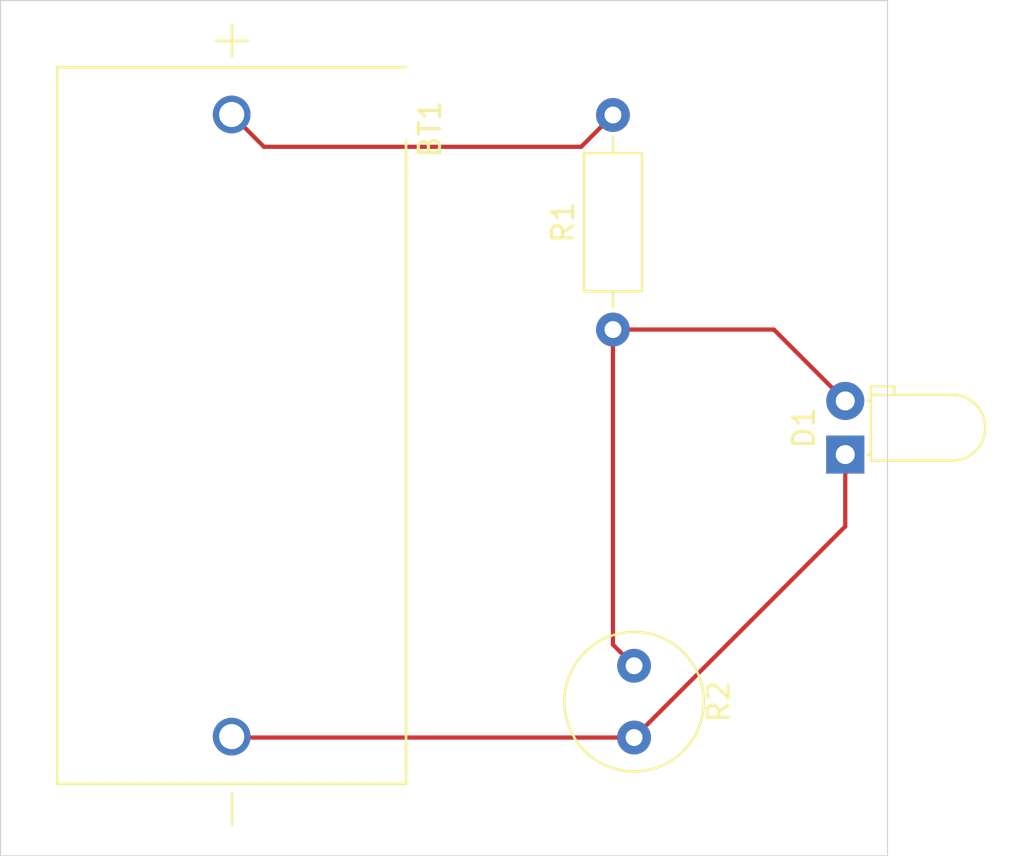
<source format=kicad_pcb>
(kicad_pcb (version 20240108) (generator "pcbnew") (generator_version "8.0")
  (layers (0 "F.Cu" signal) (31 "B.Cu" signal) (34 "B.Paste" user) (35 "F.Paste" user) (36 "B.SilkS" user "B.Silkscreen") (37 "F.SilkS" user "F.Silkscreen") (38 "B.Mask" user) (39 "F.Mask" user) (44 "Edge.Cuts" user))
  (net 0 "")
  (net 1 "Net-(D1-K)")
  (net 2 "Net-(BT1-Pad+)")
  (net 3 "Net-(D1-A)")
  (footprint "LED_THT:LED_D3.0mm_Horizontal_O1.27mm_Z6.0mm" (layer "F.Cu") (at 96.5 67.5 90)
    (property "Reference" "D1" (at 1.27 -1.96 90) (layer "F.SilkS"))
    (property "Value" "LED")
    (fp_line (start 2.54 1.08) (end 2.54 1.08) (stroke (width 0.12)) (layer "F.SilkS"))
    (fp_line (start 2.54 1.08) (end 2.54 1.21) (stroke (width 0.12)) (layer "F.SilkS"))
    (fp_line (start 0 1.08) (end 0 1.08) (stroke (width 0.12)) (layer "F.SilkS"))
    (fp_line (start 0 1.08) (end 0 1.21) (stroke (width 0.12)) (layer "F.SilkS"))
    (fp_line (start 3.23 1.21) (end 3.23 2.33) (stroke (width 0.12)) (layer "F.SilkS"))
    (fp_line (start 2.83 1.21) (end 3.23 1.21) (stroke (width 0.12)) (layer "F.SilkS"))
    (fp_line (start 2.83 1.21) (end 2.83 5.07) (stroke (width 0.12)) (layer "F.SilkS"))
    (fp_line (start 2.54 1.21) (end 2.54 1.08) (stroke (width 0.12)) (layer "F.SilkS"))
    (fp_line (start 2.54 1.21) (end 2.54 1.21) (stroke (width 0.12)) (layer "F.SilkS"))
    (fp_line (start 0 1.21) (end 0 1.08) (stroke (width 0.12)) (layer "F.SilkS"))
    (fp_line (start 0 1.21) (end 0 1.21) (stroke (width 0.12)) (layer "F.SilkS"))
    (fp_line (start -0.29 1.21) (end 2.83 1.21) (stroke (width 0.12)) (layer "F.SilkS"))
    (fp_line (start -0.29 1.21) (end -0.29 5.07) (stroke (width 0.12)) (layer "F.SilkS"))
    (fp_line (start 3.23 2.33) (end 2.83 2.33) (stroke (width 0.12)) (layer "F.SilkS"))
    (fp_line (start 2.83 2.33) (end 2.83 1.21) (stroke (width 0.12)) (layer "F.SilkS"))
    (fp_arc (start 2.83 5.07) (mid 1.27 6.63) (end -0.29 5.07) (stroke (width 0.12)) (layer "F.SilkS"))
    (pad "1" thru_hole rect (at 0 0 90) (size 1.8 1.8) (drill 0.9) (layers "*.Cu" "*.Mask") (net 1 "Net-(D1-K)"))
    (pad "2" thru_hole circle (at 2.54 0 90) (size 1.8 1.8) (drill 0.9) (layers "*.Cu" "*.Mask") (net 3 "Net-(D1-A)"))
  )
  (footprint "OptoDevice:R_LDR_D6.4mm_P3.4mm_Vertical" (layer "F.Cu") (at 86.5 77.5 -90)
    (property "Reference" "R2" (at 1.7 -4 90) (layer "F.SilkS"))
    (property "Value" "A1050")
    (fp_circle (center 1.7 0) (end 5 -0.1) (stroke (width 0.12)) (fill none) (layer "F.SilkS"))
    (pad "1" thru_hole circle (at 0 0 270) (size 1.6 1.6) (drill 0.8) (layers "*.Cu" "*.Mask") (net 3 "Net-(D1-A)"))
    (pad "2" thru_hole circle (at 3.4 0 270) (size 1.6 1.6) (drill 0.8) (layers "*.Cu" "*.Mask") (net 1 "Net-(D1-K)"))
  )
  (footprint "815_0931:BAT_815-0931" (layer "F.Cu") (at 67.445 66.1265 -90)
    (property "Reference" "BT1" (at -14.04 -9.385 90) (layer "F.SilkS"))
    (property "Value" "815-0931")
    (fp_line (start -16.965 8.255) (end -16.965 -8.255) (stroke (width 0.127)) (layer "F.SilkS"))
    (fp_line (start 16.965 8.255) (end -16.965 8.255) (stroke (width 0.127)) (layer "F.SilkS"))
    (fp_line (start -18.215 0.75) (end -18.215 -0.75) (stroke (width 0.127)) (layer "F.SilkS"))
    (fp_line (start -18.965 0) (end -17.465 0) (stroke (width 0.127)) (layer "F.SilkS"))
    (fp_line (start 17.415 0) (end 18.915 0) (stroke (width 0.127)) (layer "F.SilkS"))
    (fp_line (start -13.5 -8.255) (end 16.965 -8.255) (stroke (width 0.127)) (layer "F.SilkS"))
    (fp_line (start 16.965 -8.255) (end 16.965 8.255) (stroke (width 0.127)) (layer "F.SilkS"))
    (pad "" np_thru_hole circle (at -14.73 -7.12 270) (size 2.36 2.36) (drill 2.36) (layers "*.Cu" "*.Mask"))
    (pad "" np_thru_hole circle (at -7.62 0 270) (size 3.18 3.18) (drill 3.18) (layers "*.Cu" "*.Mask"))
    (pad "" np_thru_hole circle (at 7.62 0 270) (size 3.18 3.18) (drill 3.18) (layers "*.Cu" "*.Mask"))
    (pad "+" thru_hole circle (at -14.73 0 270) (size 1.785 1.785) (drill 1.19) (layers "*.Cu" "*.Mask") (net 2 "Net-(BT1-Pad+)"))
    (pad "-" thru_hole circle (at 14.73 0 270) (size 1.785 1.785) (drill 1.19) (layers "*.Cu" "*.Mask") (net 1 "Net-(D1-K)"))
  )
  (footprint "Resistor_THT:R_Axial_DIN0207_L6.3mm_D2.5mm_P10.16mm_Horizontal" (layer "F.Cu") (at 85.5 61.58 90)
    (property "Reference" "R1" (at 5.08 -2.37 90) (layer "F.SilkS"))
    (property "Value" "4.6k")
    (fp_line (start 8.35 -1.37) (end 1.81 -1.37) (stroke (width 0.12)) (layer "F.SilkS"))
    (fp_line (start 1.81 -1.37) (end 1.81 1.37) (stroke (width 0.12)) (layer "F.SilkS"))
    (fp_line (start 9.12 0) (end 8.35 0) (stroke (width 0.12)) (layer "F.SilkS"))
    (fp_line (start 1.04 0) (end 1.81 0) (stroke (width 0.12)) (layer "F.SilkS"))
    (fp_line (start 8.35 1.37) (end 8.35 -1.37) (stroke (width 0.12)) (layer "F.SilkS"))
    (fp_line (start 1.81 1.37) (end 8.35 1.37) (stroke (width 0.12)) (layer "F.SilkS"))
    (pad "1" thru_hole circle (at 0 0 90) (size 1.6 1.6) (drill 0.8) (layers "*.Cu" "*.Mask") (net 3 "Net-(D1-A)"))
    (pad "2" thru_hole oval (at 10.16 0 90) (size 1.6 1.6) (drill 0.8) (layers "*.Cu" "*.Mask") (net 2 "Net-(BT1-Pad+)"))
  )
  (gr_rect (start 56.5 46) (end 98.5 86.5) (stroke (width 0.05)) (fill none) (layer "Edge.Cuts"))
  (segment (start 86.5 80.9) (end 67.4885 80.9) (width 0.2) (layer "F.Cu") (net 1))
  (segment (start 96.5 70.9) (end 86.5 80.9) (width 0.2) (layer "F.Cu") (net 1))
  (segment (start 96.5 67.5) (end 96.5 70.9) (width 0.2) (layer "F.Cu") (net 1))
  (segment (start 67.4885 80.9) (end 67.445 80.8565) (width 0.2) (layer "F.Cu") (net 1))
  (segment (start 68.975 52.9265) (end 67.445 51.3965) (width 0.2) (layer "F.Cu") (net 2))
  (segment (start 83.9935 52.9265) (end 68.975 52.9265) (width 0.2) (layer "F.Cu") (net 2))
  (segment (start 85.5 51.42) (end 83.9935 52.9265) (width 0.2) (layer "F.Cu") (net 2))
  (segment (start 93.12 61.58) (end 96.5 64.96) (width 0.2) (layer "F.Cu") (net 3))
  (segment (start 85.5 61.58) (end 85.5 76.5) (width 0.2) (layer "F.Cu") (net 3))
  (segment (start 85.5 61.58) (end 93.12 61.58) (width 0.2) (layer "F.Cu") (net 3))
  (segment (start 85.5 76.5) (end 86.5 77.5) (width 0.2) (layer "F.Cu") (net 3))
)
</source>
